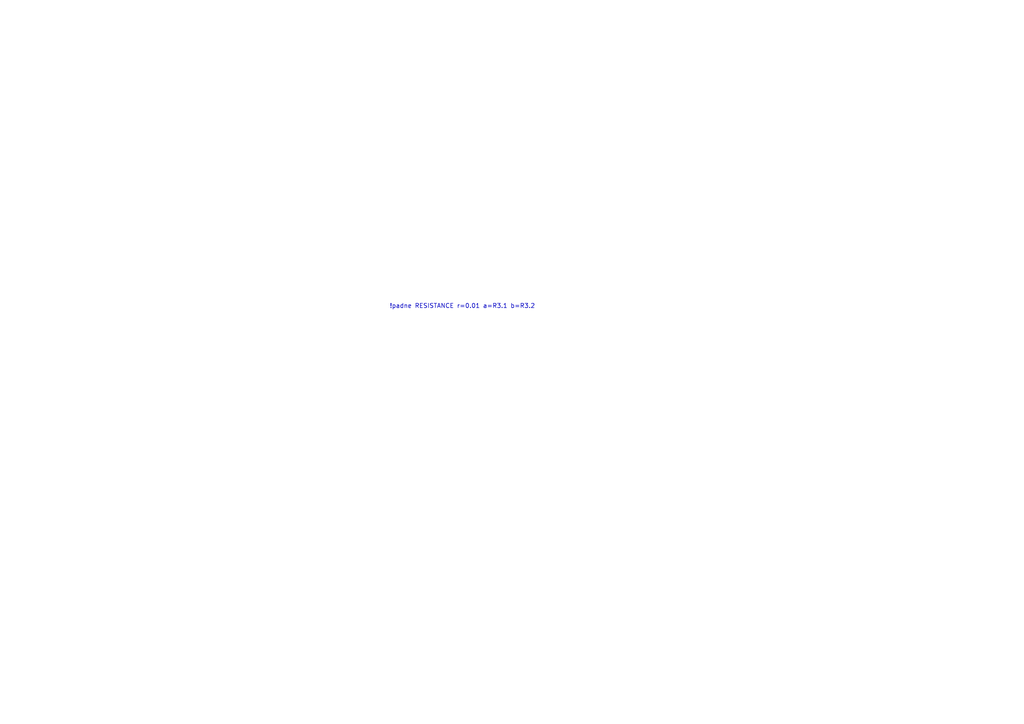
<source format=kicad_sch>
(kicad_sch
	(version 20231120)
	(generator "eeschema")
	(generator_version "8.0")
	(uuid "e1d716d6-6893-49a2-bee0-88d3841e1063")
	(paper "A4")
	(lib_symbols)
	(text "!padne RESISTANCE r=0.01 a=R3.1 b=R3.2"
		(exclude_from_sim no)
		(at 134.112 88.9 0)
		(effects
			(font
				(size 1.27 1.27)
			)
		)
		(uuid "e1a380a1-7172-40a3-aaae-d9bf4141aac3")
	)
)

</source>
